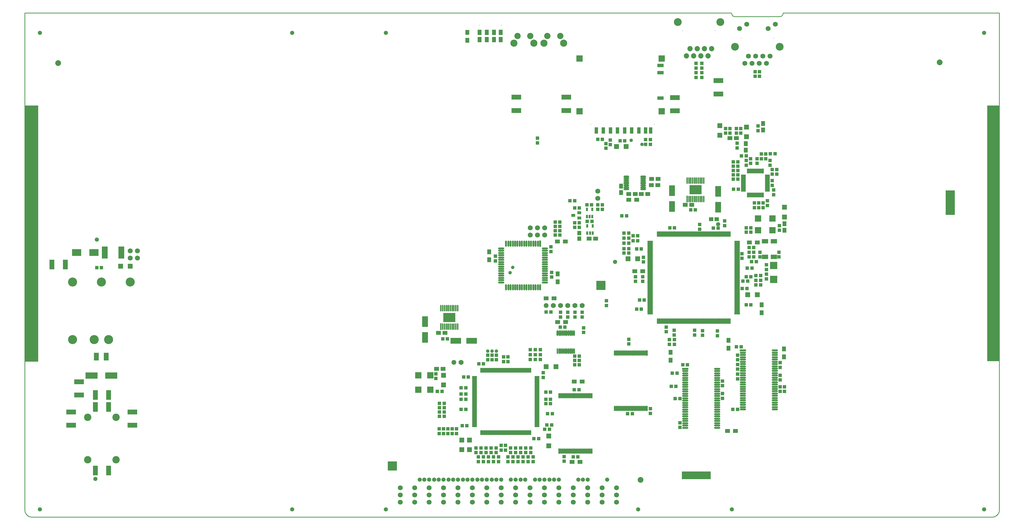
<source format=gts>
%FSLAX24Y24*%
%MOIN*%
G70*
G01*
G75*
%ADD10C,0.0100*%
%ADD11R,0.0380X0.0380*%
%ADD12O,0.0630X0.0110*%
%ADD13R,0.0500X0.0650*%
%ADD14O,0.0189X0.0787*%
%ADD15O,0.0787X0.0189*%
%ADD16R,0.0189X0.0787*%
%ADD17R,0.0500X0.0600*%
%ADD18R,0.0600X0.0500*%
%ADD19R,0.1200X0.0900*%
%ADD20R,0.1614X0.0827*%
%ADD21R,0.0600X0.1250*%
%ADD22R,0.1250X0.0600*%
%ADD23O,0.0110X0.0669*%
%ADD24R,0.0110X0.0669*%
%ADD25O,0.0110X0.0709*%
%ADD26O,0.0157X0.0701*%
%ADD27R,0.0157X0.0701*%
%ADD28O,0.0138X0.0846*%
%ADD29R,0.0709X0.1378*%
%ADD30R,0.1378X0.0709*%
%ADD31R,0.0709X0.1575*%
%ADD32R,0.0709X0.0110*%
%ADD33O,0.0709X0.0110*%
%ADD34O,0.0709X0.0110*%
%ADD35R,0.0600X0.0600*%
%ADD36R,0.1575X0.1181*%
%ADD37R,0.0138X0.0846*%
%ADD38R,0.0551X0.0492*%
%ADD39O,0.0701X0.0157*%
%ADD40R,0.0800X0.0800*%
%ADD41R,0.0787X0.0512*%
%ADD42R,0.0945X0.0906*%
%ADD43O,0.0787X0.0177*%
%ADD44R,0.0787X0.0177*%
%ADD45O,0.0110X0.0630*%
%ADD46R,0.0110X0.0630*%
%ADD47C,0.0400*%
%ADD48R,0.0433X0.0787*%
%ADD49R,0.0787X0.0787*%
%ADD50R,0.0787X0.0394*%
%ADD51R,0.0236X0.0433*%
%ADD52R,0.0472X0.0315*%
%ADD53R,0.0492X0.0551*%
%ADD54R,0.0600X0.1000*%
%ADD55R,0.0380X0.0425*%
%ADD56R,0.0630X0.0110*%
%ADD57O,0.0630X0.0110*%
%ADD58C,0.0120*%
%ADD59C,0.0110*%
%ADD60C,0.0400*%
%ADD61C,0.0500*%
%ADD62C,0.0150*%
%ADD63C,0.0200*%
%ADD64C,0.0080*%
%ADD65C,0.0600*%
%ADD66C,0.1000*%
%ADD67C,0.0320*%
%ADD68C,0.0300*%
%ADD69C,0.0290*%
%ADD70C,0.0380*%
%ADD71C,0.0390*%
%ADD72C,0.0180*%
%ADD73C,0.0130*%
%ADD74C,0.0250*%
%ADD75C,0.0280*%
%ADD76C,0.0170*%
%ADD77C,0.0140*%
%ADD78C,0.0220*%
%ADD79C,0.0090*%
%ADD80C,0.0157*%
%ADD81C,0.0310*%
%ADD82C,0.0270*%
%ADD83C,0.0350*%
%ADD84R,0.5050X0.4500*%
%ADD85R,0.5050X0.9550*%
%ADD86R,0.1350X0.1400*%
%ADD87R,0.0300X0.1229*%
%ADD88R,0.0670X0.0700*%
%ADD89C,0.0620*%
%ADD90P,0.0620X8X0*%
%ADD91C,0.0787*%
%ADD92C,0.0906*%
%ADD93C,0.1000*%
%ADD94C,0.0650*%
%ADD95C,0.0600*%
%ADD96C,0.0500*%
%ADD97C,0.0945*%
%ADD98C,0.1181*%
%ADD99C,0.0118*%
%ADD100C,0.0060*%
%ADD101C,0.0098*%
%ADD102C,0.0079*%
%ADD103C,0.0070*%
%ADD104C,0.0160*%
%ADD105R,0.0130X0.0360*%
%ADD106R,0.0430X0.3100*%
%ADD107R,0.1500X0.0500*%
%ADD108R,0.0300X0.0500*%
%ADD109R,0.1850X3.5600*%
%ADD110R,0.1300X0.1300*%
%ADD111R,0.4580X0.0560*%
%ADD112R,0.4570X0.0560*%
%ADD113R,0.0610X1.0100*%
%ADD114R,1.0110X0.0610*%
%ADD115R,0.0600X1.0150*%
%ADD116R,0.4016X0.1063*%
%ADD117R,0.1250X0.3400*%
%ADD118R,0.0520X0.2190*%
%ADD119R,0.0530X0.2180*%
%ADD120R,0.2230X0.0510*%
%ADD121R,0.2180X0.0540*%
%ADD122R,0.6930X0.0530*%
%ADD123R,0.0520X0.6930*%
%ADD124R,0.0520X0.6940*%
%ADD125R,0.1675X3.5550*%
%ADD126R,0.0460X0.0460*%
%ADD127O,0.0710X0.0190*%
%ADD128R,0.0580X0.0730*%
%ADD129O,0.0269X0.0867*%
%ADD130O,0.0867X0.0269*%
%ADD131R,0.0269X0.0867*%
%ADD132R,0.0580X0.0680*%
%ADD133R,0.0680X0.0580*%
%ADD134R,0.1280X0.0980*%
%ADD135R,0.1694X0.0907*%
%ADD136R,0.0680X0.1330*%
%ADD137R,0.1330X0.0680*%
%ADD138O,0.0190X0.0749*%
%ADD139R,0.0190X0.0749*%
%ADD140O,0.0190X0.0789*%
%ADD141O,0.0237X0.0781*%
%ADD142R,0.0237X0.0781*%
%ADD143O,0.0218X0.0926*%
%ADD144R,0.0789X0.1458*%
%ADD145R,0.1458X0.0789*%
%ADD146R,0.0789X0.1655*%
%ADD147R,0.0789X0.0190*%
%ADD148O,0.0789X0.0190*%
%ADD149O,0.0789X0.0190*%
%ADD150R,0.0680X0.0680*%
%ADD151R,0.1655X0.1261*%
%ADD152R,0.0218X0.0926*%
%ADD153R,0.0631X0.0572*%
%ADD154O,0.0781X0.0237*%
%ADD155R,0.0880X0.0880*%
%ADD156R,0.0867X0.0592*%
%ADD157R,0.1025X0.0986*%
%ADD158O,0.0867X0.0257*%
%ADD159R,0.0867X0.0257*%
%ADD160O,0.0190X0.0710*%
%ADD161R,0.0190X0.0710*%
%ADD162C,0.0800*%
%ADD163R,0.0513X0.0867*%
%ADD164R,0.0867X0.0867*%
%ADD165R,0.0867X0.0474*%
%ADD166R,0.0316X0.0513*%
%ADD167R,0.0552X0.0395*%
%ADD168R,0.0572X0.0631*%
%ADD169R,0.0680X0.1080*%
%ADD170R,0.0460X0.0505*%
%ADD171R,0.0710X0.0190*%
%ADD172O,0.0710X0.0190*%
%ADD173C,0.0700*%
%ADD174P,0.0700X8X0*%
%ADD175C,0.0867*%
%ADD176C,0.0986*%
%ADD177C,0.1080*%
%ADD178C,0.0080*%
%ADD179C,0.0730*%
%ADD180C,0.0680*%
%ADD181C,0.0580*%
%ADD182C,0.1025*%
%ADD183C,0.1261*%
%ADD184C,0.0480*%
D10*
X31275Y44075D02*
X31280Y43977D01*
X31294Y43880D01*
X31318Y43785D01*
X31351Y43692D01*
X31393Y43604D01*
X31444Y43519D01*
X31502Y43441D01*
X31568Y43368D01*
X31641Y43302D01*
X31719Y43244D01*
X31804Y43193D01*
X31892Y43151D01*
X31985Y43118D01*
X32080Y43094D01*
X32177Y43080D01*
X32275Y43075D01*
X165475D02*
X165573Y43080D01*
X165670Y43094D01*
X165765Y43118D01*
X165858Y43151D01*
X165946Y43193D01*
X166031Y43244D01*
X166109Y43302D01*
X166182Y43368D01*
X166248Y43441D01*
X166306Y43519D01*
X166357Y43604D01*
X166399Y43692D01*
X166432Y43785D01*
X166456Y43880D01*
X166470Y43977D01*
X166475Y44075D01*
X129325Y113125D02*
X129335Y113027D01*
X129363Y112934D01*
X129409Y112847D01*
X129471Y112771D01*
X129547Y112709D01*
X129634Y112663D01*
X129727Y112635D01*
X129825Y112625D01*
X135975D02*
X136073Y112635D01*
X136166Y112663D01*
X136253Y112709D01*
X136329Y112771D01*
X136391Y112847D01*
X136437Y112934D01*
X136465Y113027D01*
X136475Y113125D01*
X166475D01*
X129825Y112625D02*
X135975D01*
X166475Y44075D02*
Y113125D01*
X31275Y44075D02*
Y113125D01*
X129325D01*
X32275Y43075D02*
X165475D01*
D109*
X32200Y82475D02*
D03*
D110*
X111225Y75275D02*
D03*
X82275Y50175D02*
D03*
D111*
X107705Y52225D02*
D03*
X115345Y65875D02*
D03*
D112*
X107703Y59945D02*
D03*
X115350Y58155D02*
D03*
D113*
X118040Y76345D02*
D03*
D114*
X124080Y70300D02*
D03*
X124070Y82390D02*
D03*
D115*
X130125Y76350D02*
D03*
D116*
X124437Y48861D02*
D03*
D117*
X159670Y86755D02*
D03*
D118*
X134315Y89500D02*
D03*
D119*
X130960Y89505D02*
D03*
D120*
X132630Y87830D02*
D03*
D121*
X132635Y91185D02*
D03*
D122*
X98010Y63460D02*
D03*
X98020Y54800D02*
D03*
D123*
X102335Y59110D02*
D03*
D124*
X93675Y59105D02*
D03*
D125*
X165637Y82500D02*
D03*
D126*
X89375Y55325D02*
D03*
X88775D02*
D03*
X104275Y80625D02*
D03*
Y79975D02*
D03*
X104375Y76425D02*
D03*
Y77075D02*
D03*
X96575Y79325D02*
D03*
Y78675D02*
D03*
X105525Y84075D02*
D03*
X104875D02*
D03*
X105525Y83475D02*
D03*
X104875D02*
D03*
X105525Y82875D02*
D03*
X104875D02*
D03*
X105525Y82275D02*
D03*
X104875D02*
D03*
X114125Y84925D02*
D03*
X114775D02*
D03*
X106925Y87025D02*
D03*
X107575D02*
D03*
X106225Y69475D02*
D03*
X105575D02*
D03*
X105625Y71525D02*
D03*
X108625D02*
D03*
X106625D02*
D03*
X107625D02*
D03*
X41275Y77725D02*
D03*
X41925D02*
D03*
X120725Y67075D02*
D03*
X131375Y83275D02*
D03*
X132025D02*
D03*
X124425Y106125D02*
D03*
Y105475D02*
D03*
X125225D02*
D03*
Y106125D02*
D03*
X89275Y67825D02*
D03*
X89925D02*
D03*
X106625Y70875D02*
D03*
X105625D02*
D03*
X108625D02*
D03*
X107625D02*
D03*
X88325Y62975D02*
D03*
Y62325D02*
D03*
X104275Y71575D02*
D03*
X103625D02*
D03*
X125225Y104175D02*
D03*
Y104825D02*
D03*
X124425D02*
D03*
Y104175D02*
D03*
X133225Y104975D02*
D03*
Y104325D02*
D03*
X132625D02*
D03*
Y104975D02*
D03*
X107511Y60761D02*
D03*
X108161D02*
D03*
X108025Y51425D02*
D03*
X107375D02*
D03*
X106125Y50825D02*
D03*
Y51475D02*
D03*
X136075Y60525D02*
D03*
Y61175D02*
D03*
X118075Y57475D02*
D03*
Y58125D02*
D03*
X131775Y79875D02*
D03*
Y79225D02*
D03*
X132725Y76625D02*
D03*
X133375D02*
D03*
X114925Y57425D02*
D03*
X115575D02*
D03*
X115075Y67125D02*
D03*
Y67775D02*
D03*
X129525Y58025D02*
D03*
X130175D02*
D03*
X136075Y62775D02*
D03*
Y62125D02*
D03*
X130175Y64275D02*
D03*
Y63625D02*
D03*
Y65575D02*
D03*
Y64925D02*
D03*
X130025Y66725D02*
D03*
X130675D02*
D03*
X130175Y62275D02*
D03*
Y62925D02*
D03*
X136075Y63875D02*
D03*
Y64525D02*
D03*
X122175Y55525D02*
D03*
Y56175D02*
D03*
X121525Y59525D02*
D03*
X122175D02*
D03*
X121775Y63075D02*
D03*
X121125D02*
D03*
X122575Y64225D02*
D03*
X123225D02*
D03*
X121625Y61225D02*
D03*
X120975D02*
D03*
X128075Y59575D02*
D03*
Y60225D02*
D03*
Y61975D02*
D03*
Y61325D02*
D03*
X136675Y61175D02*
D03*
Y60525D02*
D03*
X135925Y79225D02*
D03*
Y79875D02*
D03*
X132425D02*
D03*
Y79225D02*
D03*
X131775Y80525D02*
D03*
X132425D02*
D03*
X132725Y75325D02*
D03*
Y75975D02*
D03*
X133275Y79225D02*
D03*
Y79875D02*
D03*
X134175Y78125D02*
D03*
Y77475D02*
D03*
Y76825D02*
D03*
Y76175D02*
D03*
X133375Y75325D02*
D03*
Y75975D02*
D03*
X128375Y83575D02*
D03*
Y84225D02*
D03*
X132025Y72575D02*
D03*
X131375D02*
D03*
X116025Y76475D02*
D03*
Y75825D02*
D03*
X130775Y79675D02*
D03*
Y79025D02*
D03*
X130925Y75875D02*
D03*
X131575D02*
D03*
X116175Y80325D02*
D03*
X116825D02*
D03*
X121425Y83275D02*
D03*
X120775D02*
D03*
X124225Y68375D02*
D03*
Y69025D02*
D03*
X120275Y69475D02*
D03*
Y68825D02*
D03*
X124925Y83725D02*
D03*
Y83075D02*
D03*
X127375Y68925D02*
D03*
Y68275D02*
D03*
X116575Y73225D02*
D03*
X117225D02*
D03*
X117125Y79175D02*
D03*
Y78525D02*
D03*
X131475Y74825D02*
D03*
X130825D02*
D03*
X125325Y68975D02*
D03*
Y68325D02*
D03*
X116175Y71975D02*
D03*
X116825D02*
D03*
X127475Y83225D02*
D03*
X126825D02*
D03*
X132175Y77675D02*
D03*
X131525D02*
D03*
X132125Y78575D02*
D03*
X132775D02*
D03*
X131375Y76475D02*
D03*
X132025D02*
D03*
X115075Y81125D02*
D03*
X114425D02*
D03*
X115675Y81475D02*
D03*
X116325D02*
D03*
X115075Y81825D02*
D03*
X114425D02*
D03*
X115675Y82175D02*
D03*
X116325D02*
D03*
X115075Y79775D02*
D03*
X114425D02*
D03*
Y80375D02*
D03*
X115075D02*
D03*
Y82525D02*
D03*
X114425D02*
D03*
X123675Y85775D02*
D03*
X124325D02*
D03*
X117025Y76475D02*
D03*
Y75825D02*
D03*
X120725Y67725D02*
D03*
X121375Y68375D02*
D03*
Y69025D02*
D03*
X121425Y67725D02*
D03*
Y67075D02*
D03*
X131375Y82675D02*
D03*
X132025D02*
D03*
X135975Y83575D02*
D03*
Y82925D02*
D03*
X102425Y95075D02*
D03*
Y95725D02*
D03*
X129575Y92425D02*
D03*
X130225D02*
D03*
Y90025D02*
D03*
X129575D02*
D03*
X133725Y86725D02*
D03*
Y86075D02*
D03*
X132525D02*
D03*
Y86725D02*
D03*
X130275Y88625D02*
D03*
X129625D02*
D03*
X134975Y89825D02*
D03*
Y89175D02*
D03*
X135175Y88525D02*
D03*
Y87875D02*
D03*
X135625Y91375D02*
D03*
X134975D02*
D03*
X134675Y91975D02*
D03*
Y92625D02*
D03*
X131375D02*
D03*
Y91975D02*
D03*
X133125Y86725D02*
D03*
Y86075D02*
D03*
X134325Y86375D02*
D03*
Y87025D02*
D03*
X135625Y90725D02*
D03*
X134975D02*
D03*
X130225Y91825D02*
D03*
X129575D02*
D03*
Y91225D02*
D03*
X130225D02*
D03*
Y90625D02*
D03*
X129575D02*
D03*
X133475Y93525D02*
D03*
Y92875D02*
D03*
X131975Y92225D02*
D03*
Y92875D02*
D03*
X132875D02*
D03*
Y92225D02*
D03*
X135375Y93575D02*
D03*
X134725D02*
D03*
X130725Y93275D02*
D03*
X131375D02*
D03*
X129125Y97075D02*
D03*
Y96425D02*
D03*
X128525D02*
D03*
Y97075D02*
D03*
X130025D02*
D03*
Y96425D02*
D03*
X130625D02*
D03*
Y97075D02*
D03*
X133025Y97425D02*
D03*
Y96775D02*
D03*
X130125Y95025D02*
D03*
Y94375D02*
D03*
X134075Y92875D02*
D03*
Y93525D02*
D03*
X111975Y73125D02*
D03*
Y72475D02*
D03*
X114525Y95375D02*
D03*
X113875D02*
D03*
X112525Y94825D02*
D03*
Y95475D02*
D03*
X111925Y94325D02*
D03*
Y94975D02*
D03*
X117425Y94875D02*
D03*
X118075D02*
D03*
X117425Y95525D02*
D03*
X118075D02*
D03*
X110775Y95575D02*
D03*
X111425D02*
D03*
X108825Y68725D02*
D03*
Y69375D02*
D03*
X109975Y84175D02*
D03*
X107575Y86025D02*
D03*
X109925Y86475D02*
D03*
X111425Y85825D02*
D03*
X109325Y84175D02*
D03*
X108225Y86025D02*
D03*
X109275Y86475D02*
D03*
X107575Y83975D02*
D03*
X108225D02*
D03*
Y83325D02*
D03*
X110775Y85825D02*
D03*
X107575Y83325D02*
D03*
X110775Y86475D02*
D03*
X111425D02*
D03*
X95525Y65575D02*
D03*
Y64925D02*
D03*
X96125Y65575D02*
D03*
Y64925D02*
D03*
X96725Y65575D02*
D03*
Y64925D02*
D03*
X92475Y60175D02*
D03*
X91825D02*
D03*
X94275Y64375D02*
D03*
X92475Y59425D02*
D03*
X92825Y62525D02*
D03*
X92625Y55775D02*
D03*
X97375Y53025D02*
D03*
X101925Y53975D02*
D03*
X103575Y58825D02*
D03*
X103225Y62475D02*
D03*
X97725Y64675D02*
D03*
X98325Y65325D02*
D03*
X91825Y61025D02*
D03*
Y58025D02*
D03*
X97975Y52375D02*
D03*
X104475Y57425D02*
D03*
X104225Y59425D02*
D03*
Y60425D02*
D03*
X94925Y64375D02*
D03*
X91825Y59425D02*
D03*
X92175Y62525D02*
D03*
X91975Y55775D02*
D03*
X97375Y52375D02*
D03*
X102575Y53975D02*
D03*
X104225Y58825D02*
D03*
X103225Y63125D02*
D03*
X97725Y65325D02*
D03*
X98325Y64675D02*
D03*
X92475Y61025D02*
D03*
Y58025D02*
D03*
X97975Y53025D02*
D03*
X103825Y57425D02*
D03*
X103575Y59425D02*
D03*
Y60425D02*
D03*
X88825Y57075D02*
D03*
X88775Y54675D02*
D03*
X89375D02*
D03*
X88825Y58875D02*
D03*
X104375Y55875D02*
D03*
X101475Y52025D02*
D03*
X100425Y50775D02*
D03*
X99375Y52025D02*
D03*
X95975D02*
D03*
X94925Y50775D02*
D03*
X93875Y52025D02*
D03*
X89975Y54675D02*
D03*
X101825Y50775D02*
D03*
X100775Y52025D02*
D03*
X99725Y50775D02*
D03*
X99025D02*
D03*
X97025D02*
D03*
X96325D02*
D03*
X95275Y52025D02*
D03*
X94225Y50775D02*
D03*
X90575Y54675D02*
D03*
X89475Y58275D02*
D03*
X104075Y55275D02*
D03*
X101125Y50775D02*
D03*
X100075Y52025D02*
D03*
X96675D02*
D03*
X94575D02*
D03*
X91175Y54675D02*
D03*
X89475Y57675D02*
D03*
Y58875D02*
D03*
X88825Y58275D02*
D03*
Y57675D02*
D03*
X89475Y57075D02*
D03*
X89975Y55325D02*
D03*
X90575D02*
D03*
X91175D02*
D03*
X93875Y52675D02*
D03*
X94225Y51425D02*
D03*
X94575Y52675D02*
D03*
X94925Y51425D02*
D03*
X95275Y52675D02*
D03*
X95975D02*
D03*
X96325Y51425D02*
D03*
X96675Y52675D02*
D03*
X97025Y51425D02*
D03*
X99025D02*
D03*
X99375Y52675D02*
D03*
X99725Y51425D02*
D03*
X100075Y52675D02*
D03*
X100425Y51425D02*
D03*
X100775Y52675D02*
D03*
X101125Y51425D02*
D03*
X101475Y52675D02*
D03*
X101825Y51425D02*
D03*
X103425Y55275D02*
D03*
X103725Y55875D02*
D03*
X95625Y50775D02*
D03*
Y51425D02*
D03*
X98325D02*
D03*
Y50775D02*
D03*
X98675Y52675D02*
D03*
Y52025D02*
D03*
X107575Y65425D02*
D03*
X108225D02*
D03*
X107575Y64825D02*
D03*
X108225D02*
D03*
X107575Y64225D02*
D03*
X108225D02*
D03*
X89175Y60525D02*
D03*
X88525D02*
D03*
D127*
X93675Y58835D02*
D03*
Y58638D02*
D03*
X134316Y90584D02*
D03*
Y90388D02*
D03*
Y90191D02*
D03*
Y89994D02*
D03*
Y89797D02*
D03*
Y89600D02*
D03*
Y89403D02*
D03*
Y89206D02*
D03*
Y89010D02*
D03*
Y88813D02*
D03*
Y88616D02*
D03*
Y88419D02*
D03*
X130969D02*
D03*
Y88616D02*
D03*
Y88813D02*
D03*
Y89010D02*
D03*
Y89206D02*
D03*
Y89403D02*
D03*
Y89600D02*
D03*
Y89797D02*
D03*
Y89994D02*
D03*
Y90191D02*
D03*
Y90388D02*
D03*
Y90584D02*
D03*
X93675Y57063D02*
D03*
Y57260D02*
D03*
Y57457D02*
D03*
Y57654D02*
D03*
Y58244D02*
D03*
Y58441D02*
D03*
Y59032D02*
D03*
X102336Y60803D02*
D03*
Y60213D02*
D03*
Y61197D02*
D03*
Y57851D02*
D03*
Y61000D02*
D03*
Y61394D02*
D03*
Y60016D02*
D03*
Y58047D02*
D03*
Y55882D02*
D03*
Y56079D02*
D03*
Y56276D02*
D03*
Y56473D02*
D03*
Y56670D02*
D03*
Y56866D02*
D03*
Y57063D02*
D03*
Y57654D02*
D03*
Y58244D02*
D03*
Y59229D02*
D03*
Y59622D02*
D03*
Y59819D02*
D03*
Y58441D02*
D03*
Y61591D02*
D03*
Y62181D02*
D03*
X93675Y59819D02*
D03*
Y59229D02*
D03*
X102336Y58638D02*
D03*
X93675Y62181D02*
D03*
Y61984D02*
D03*
Y61788D02*
D03*
Y61591D02*
D03*
Y61394D02*
D03*
Y61197D02*
D03*
Y61000D02*
D03*
Y60803D02*
D03*
Y60606D02*
D03*
Y60410D02*
D03*
Y60213D02*
D03*
Y60016D02*
D03*
Y59622D02*
D03*
Y58047D02*
D03*
Y57851D02*
D03*
Y56866D02*
D03*
Y56670D02*
D03*
Y56276D02*
D03*
Y55882D02*
D03*
Y55685D02*
D03*
X102336D02*
D03*
Y57260D02*
D03*
Y57457D02*
D03*
Y58835D02*
D03*
Y59032D02*
D03*
Y59425D02*
D03*
Y60410D02*
D03*
Y60606D02*
D03*
Y61788D02*
D03*
Y61984D02*
D03*
Y62378D02*
D03*
Y62575D02*
D03*
X93675Y56473D02*
D03*
Y56079D02*
D03*
Y62378D02*
D03*
D128*
X94375Y110425D02*
D03*
Y109425D02*
D03*
X96375Y110425D02*
D03*
Y109425D02*
D03*
X95375Y110425D02*
D03*
Y109425D02*
D03*
X97325D02*
D03*
Y110425D02*
D03*
D129*
X101515Y75012D02*
D03*
X101830D02*
D03*
X102145D02*
D03*
X102460Y81075D02*
D03*
X102145D02*
D03*
X102775Y75012D02*
D03*
X102460D02*
D03*
X101200D02*
D03*
X100885D02*
D03*
X100570D02*
D03*
X100255D02*
D03*
X99940D02*
D03*
X99625D02*
D03*
X99310D02*
D03*
X98995D02*
D03*
X98681D02*
D03*
X98366D02*
D03*
X98051D02*
D03*
Y81075D02*
D03*
X98366D02*
D03*
X98681D02*
D03*
X98995D02*
D03*
X99310D02*
D03*
X99625D02*
D03*
X99940D02*
D03*
X100255D02*
D03*
X100570D02*
D03*
X100885D02*
D03*
X101200D02*
D03*
X101515D02*
D03*
X101830D02*
D03*
D130*
X103444Y80406D02*
D03*
Y80091D02*
D03*
Y79776D02*
D03*
Y79461D02*
D03*
Y79146D02*
D03*
Y78831D02*
D03*
Y78516D02*
D03*
Y78201D02*
D03*
Y77886D02*
D03*
Y77571D02*
D03*
Y77256D02*
D03*
Y76941D02*
D03*
Y76626D02*
D03*
Y76311D02*
D03*
Y75996D02*
D03*
Y75681D02*
D03*
X97381D02*
D03*
Y75996D02*
D03*
Y76311D02*
D03*
Y76626D02*
D03*
Y76941D02*
D03*
Y77256D02*
D03*
Y77571D02*
D03*
Y77886D02*
D03*
Y78201D02*
D03*
Y78516D02*
D03*
Y78831D02*
D03*
Y79146D02*
D03*
Y79461D02*
D03*
Y79776D02*
D03*
Y80091D02*
D03*
Y80406D02*
D03*
D131*
X102775Y81075D02*
D03*
D132*
X95725Y78825D02*
D03*
Y79925D02*
D03*
X105225Y76875D02*
D03*
Y75775D02*
D03*
X131325Y94075D02*
D03*
Y94975D02*
D03*
X133725Y97775D02*
D03*
Y96875D02*
D03*
X120875Y65975D02*
D03*
Y64875D02*
D03*
X128925Y67625D02*
D03*
Y66525D02*
D03*
X136625Y65325D02*
D03*
Y66425D02*
D03*
X133525Y71475D02*
D03*
Y72575D02*
D03*
X92675Y110425D02*
D03*
Y109325D02*
D03*
X114025Y89073D02*
D03*
Y88173D02*
D03*
X136675Y82925D02*
D03*
Y83825D02*
D03*
D133*
X106275Y81375D02*
D03*
X105175D02*
D03*
X129125Y95725D02*
D03*
X130025D02*
D03*
X119127Y90075D02*
D03*
X118227D02*
D03*
X106325Y70175D02*
D03*
X105225D02*
D03*
X132915Y81225D02*
D03*
X131815D02*
D03*
X128775Y55025D02*
D03*
X129875D02*
D03*
X123825Y86475D02*
D03*
X122925D02*
D03*
X108611Y61889D02*
D03*
X107511D02*
D03*
X115075Y87173D02*
D03*
X116175D02*
D03*
X117725Y87973D02*
D03*
X116825D02*
D03*
X115975D02*
D03*
X115075D02*
D03*
X103625Y73475D02*
D03*
X104725D02*
D03*
X88425Y63675D02*
D03*
X89325D02*
D03*
X88675Y68675D02*
D03*
X89575D02*
D03*
X118225Y89213D02*
D03*
X119125D02*
D03*
X115925Y77225D02*
D03*
X117025D02*
D03*
X108325Y50725D02*
D03*
X107225D02*
D03*
X110475Y81775D02*
D03*
X109575D02*
D03*
D134*
X38475Y79825D02*
D03*
X40875D02*
D03*
D135*
X43275Y62725D02*
D03*
X40558D02*
D03*
D136*
X41075Y58375D02*
D03*
X42925D02*
D03*
X41075Y49525D02*
D03*
X42925D02*
D03*
Y60025D02*
D03*
X41075D02*
D03*
X35045Y78175D02*
D03*
X36895D02*
D03*
D137*
X38825Y60025D02*
D03*
Y61875D02*
D03*
X127525Y101875D02*
D03*
Y103725D02*
D03*
X121475Y101375D02*
D03*
Y99525D02*
D03*
X106425Y101425D02*
D03*
Y99575D02*
D03*
X99475Y101425D02*
D03*
Y99575D02*
D03*
X46225Y55825D02*
D03*
X37725D02*
D03*
Y57675D02*
D03*
X46225D02*
D03*
D138*
X109165Y59942D02*
D03*
X105622Y52225D02*
D03*
X105819D02*
D03*
X106016D02*
D03*
X106212D02*
D03*
X106409D02*
D03*
X106606D02*
D03*
X106803D02*
D03*
X107000D02*
D03*
X107197D02*
D03*
X107394D02*
D03*
X107590D02*
D03*
X107787D02*
D03*
X107984D02*
D03*
X108181D02*
D03*
X108378D02*
D03*
X108575D02*
D03*
X108771D02*
D03*
X108968D02*
D03*
X109165D02*
D03*
X109362D02*
D03*
X109559D02*
D03*
X109756D02*
D03*
X109953D02*
D03*
X105425Y59942D02*
D03*
X105622D02*
D03*
X105819D02*
D03*
X106016D02*
D03*
X106212D02*
D03*
X106409D02*
D03*
X106606D02*
D03*
X106803D02*
D03*
X107000D02*
D03*
X107197D02*
D03*
X107394D02*
D03*
X107590D02*
D03*
X107787D02*
D03*
X107984D02*
D03*
X108181D02*
D03*
X108378D02*
D03*
X108575D02*
D03*
X108771D02*
D03*
X108968D02*
D03*
X109362D02*
D03*
X109559D02*
D03*
X109756D02*
D03*
X109953D02*
D03*
X113097Y58158D02*
D03*
X113294D02*
D03*
X113491D02*
D03*
X113688D02*
D03*
X114082D02*
D03*
X114279D02*
D03*
X114475D02*
D03*
X114672D02*
D03*
X114869D02*
D03*
X115066D02*
D03*
X115263D02*
D03*
X115460D02*
D03*
X115656D02*
D03*
X115853D02*
D03*
X116050D02*
D03*
X116247D02*
D03*
X116444D02*
D03*
X116641D02*
D03*
X116838D02*
D03*
X117034D02*
D03*
X117231D02*
D03*
X117428D02*
D03*
X117625D02*
D03*
X113097Y65875D02*
D03*
X113294D02*
D03*
X113491D02*
D03*
X113688D02*
D03*
X113885D02*
D03*
X114082D02*
D03*
X114279D02*
D03*
X114475D02*
D03*
X114672D02*
D03*
X114869D02*
D03*
X115066D02*
D03*
X115263D02*
D03*
X115460D02*
D03*
X115656D02*
D03*
X115853D02*
D03*
X116050D02*
D03*
X116247D02*
D03*
X116444D02*
D03*
X116641D02*
D03*
X116838D02*
D03*
X117034D02*
D03*
X117231D02*
D03*
X117428D02*
D03*
X113885Y58158D02*
D03*
D139*
X105425Y52225D02*
D03*
X117625Y65875D02*
D03*
D140*
X119259Y82388D02*
D03*
X119456D02*
D03*
X120046D02*
D03*
X120637D02*
D03*
X120243D02*
D03*
X120440D02*
D03*
X129101D02*
D03*
X128905D02*
D03*
X128708D02*
D03*
X128511D02*
D03*
X128314D02*
D03*
X128117D02*
D03*
X127920D02*
D03*
X127723D02*
D03*
X127527D02*
D03*
X127330D02*
D03*
X127133D02*
D03*
X126936D02*
D03*
X126739D02*
D03*
X126542D02*
D03*
X126345D02*
D03*
X126149D02*
D03*
X125952D02*
D03*
X125755D02*
D03*
X125558D02*
D03*
X125361D02*
D03*
X125164D02*
D03*
X124968D02*
D03*
X124771D02*
D03*
X124574D02*
D03*
X124377D02*
D03*
X124180D02*
D03*
X123983D02*
D03*
X123786D02*
D03*
X123590D02*
D03*
X123393D02*
D03*
X123196D02*
D03*
X122999D02*
D03*
X122802D02*
D03*
X122605D02*
D03*
X122408D02*
D03*
X122212D02*
D03*
X122015D02*
D03*
X121818D02*
D03*
X121621D02*
D03*
X121424D02*
D03*
X121227D02*
D03*
X121031D02*
D03*
X120834D02*
D03*
X119849D02*
D03*
X119653D02*
D03*
X119062D02*
D03*
Y70301D02*
D03*
X119259D02*
D03*
X119456D02*
D03*
X119653D02*
D03*
X119849D02*
D03*
X120046D02*
D03*
X120243D02*
D03*
X120440D02*
D03*
X120637D02*
D03*
X120834D02*
D03*
X121031D02*
D03*
X121227D02*
D03*
X121424D02*
D03*
X121621D02*
D03*
X121818D02*
D03*
X122015D02*
D03*
X122212D02*
D03*
X122408D02*
D03*
X122605D02*
D03*
X122802D02*
D03*
X122999D02*
D03*
X123196D02*
D03*
X123393D02*
D03*
X123590D02*
D03*
X123786D02*
D03*
X123983D02*
D03*
X124180D02*
D03*
X124377D02*
D03*
X124574D02*
D03*
X124771D02*
D03*
X124968D02*
D03*
X125164D02*
D03*
X125361D02*
D03*
X125558D02*
D03*
X125755D02*
D03*
X125952D02*
D03*
X126149D02*
D03*
X126345D02*
D03*
X126542D02*
D03*
X126739D02*
D03*
X126936D02*
D03*
X127133D02*
D03*
X127330D02*
D03*
X127527D02*
D03*
X127723D02*
D03*
X127920D02*
D03*
X128117D02*
D03*
X128314D02*
D03*
X128511D02*
D03*
X128708D02*
D03*
X128905D02*
D03*
X129101D02*
D03*
D141*
X107478Y68645D02*
D03*
X107222D02*
D03*
X106966D02*
D03*
X106710D02*
D03*
X106455D02*
D03*
X106199D02*
D03*
X105943D02*
D03*
X105687D02*
D03*
X105431D02*
D03*
X105175D02*
D03*
X107478Y66125D02*
D03*
X107222D02*
D03*
X106966D02*
D03*
X106710D02*
D03*
X106455D02*
D03*
X106199D02*
D03*
X105943D02*
D03*
X105687D02*
D03*
X105431D02*
D03*
D142*
X105175D02*
D03*
D143*
X124966Y87275D02*
D03*
X125222D02*
D03*
X124710D02*
D03*
X90816Y69525D02*
D03*
X91072D02*
D03*
X90560D02*
D03*
X89281D02*
D03*
X89537D02*
D03*
X89793D02*
D03*
X90049D02*
D03*
X90305D02*
D03*
X91328D02*
D03*
X89025Y72104D02*
D03*
X89281D02*
D03*
X89537D02*
D03*
X89793D02*
D03*
X90049D02*
D03*
X90305D02*
D03*
X90560D02*
D03*
X90816D02*
D03*
X91072D02*
D03*
X91328D02*
D03*
X125478Y89854D02*
D03*
X125222D02*
D03*
X124966D02*
D03*
X124710D02*
D03*
X124455D02*
D03*
X124199D02*
D03*
X123943D02*
D03*
X123687D02*
D03*
X123431D02*
D03*
X123175D02*
D03*
X125478Y87275D02*
D03*
X124455D02*
D03*
X124199D02*
D03*
X123943D02*
D03*
X123687D02*
D03*
X123431D02*
D03*
D144*
X127475Y86125D02*
D03*
Y88330D02*
D03*
X121075Y86225D02*
D03*
Y88430D02*
D03*
X86825Y70230D02*
D03*
Y68025D02*
D03*
D145*
X91075Y67575D02*
D03*
X93280D02*
D03*
D146*
X44667Y79825D02*
D03*
X42383D02*
D03*
D147*
X130125Y71325D02*
D03*
D148*
Y71522D02*
D03*
Y71719D02*
D03*
Y71916D02*
D03*
Y72112D02*
D03*
Y72309D02*
D03*
Y72506D02*
D03*
Y72703D02*
D03*
Y72900D02*
D03*
Y73097D02*
D03*
Y73293D02*
D03*
Y73490D02*
D03*
Y73687D02*
D03*
Y73884D02*
D03*
Y74081D02*
D03*
Y74475D02*
D03*
Y74671D02*
D03*
Y74868D02*
D03*
Y75065D02*
D03*
Y75262D02*
D03*
Y75459D02*
D03*
Y75656D02*
D03*
Y75853D02*
D03*
Y76049D02*
D03*
Y76246D02*
D03*
Y76443D02*
D03*
Y76837D02*
D03*
Y77034D02*
D03*
Y77231D02*
D03*
Y77427D02*
D03*
Y77624D02*
D03*
Y77821D02*
D03*
Y78018D02*
D03*
Y78215D02*
D03*
Y78412D02*
D03*
Y78608D02*
D03*
Y78805D02*
D03*
Y79002D02*
D03*
Y79199D02*
D03*
Y79396D02*
D03*
Y79593D02*
D03*
Y79790D02*
D03*
Y79986D02*
D03*
Y80183D02*
D03*
Y80380D02*
D03*
Y80577D02*
D03*
Y80774D02*
D03*
Y80971D02*
D03*
Y81167D02*
D03*
Y81364D02*
D03*
X118038D02*
D03*
Y81167D02*
D03*
Y80971D02*
D03*
Y80774D02*
D03*
Y80577D02*
D03*
Y80380D02*
D03*
Y80183D02*
D03*
Y79986D02*
D03*
Y79790D02*
D03*
Y79593D02*
D03*
Y79396D02*
D03*
Y79199D02*
D03*
Y79002D02*
D03*
Y78805D02*
D03*
Y78608D02*
D03*
Y78412D02*
D03*
Y78215D02*
D03*
Y77821D02*
D03*
Y77624D02*
D03*
Y77427D02*
D03*
Y77231D02*
D03*
Y77034D02*
D03*
Y76837D02*
D03*
Y76640D02*
D03*
Y76443D02*
D03*
Y76246D02*
D03*
Y76049D02*
D03*
Y75853D02*
D03*
Y75656D02*
D03*
Y75459D02*
D03*
Y75262D02*
D03*
Y75065D02*
D03*
Y74868D02*
D03*
Y74671D02*
D03*
Y74475D02*
D03*
Y74278D02*
D03*
Y74081D02*
D03*
Y73884D02*
D03*
Y73687D02*
D03*
Y73490D02*
D03*
Y73293D02*
D03*
Y73097D02*
D03*
Y72900D02*
D03*
Y72703D02*
D03*
Y72506D02*
D03*
Y72309D02*
D03*
Y72112D02*
D03*
Y71916D02*
D03*
Y71719D02*
D03*
Y71522D02*
D03*
Y71325D02*
D03*
X130125Y74278D02*
D03*
X118038Y78018D02*
D03*
D149*
X130125Y76640D02*
D03*
D150*
X89375Y62775D02*
D03*
Y61425D02*
D03*
X136675Y84775D02*
D03*
Y86125D02*
D03*
X131425Y95925D02*
D03*
Y97275D02*
D03*
X127725Y96125D02*
D03*
Y97475D02*
D03*
X116325Y78975D02*
D03*
X114975D02*
D03*
X132925Y73975D02*
D03*
X131575D02*
D03*
X113375Y94575D02*
D03*
X114725D02*
D03*
X45925Y77925D02*
D03*
X44575D02*
D03*
X104975Y63975D02*
D03*
X103625D02*
D03*
X91925Y53775D02*
D03*
X92975Y52425D02*
D03*
X103975Y52975D02*
D03*
X91925Y52425D02*
D03*
X92975Y53775D02*
D03*
X103975Y54325D02*
D03*
D151*
X90177Y70814D02*
D03*
X124327Y88564D02*
D03*
D152*
X89025Y69525D02*
D03*
X123175Y87275D02*
D03*
D153*
X126525Y84475D02*
D03*
X127273D02*
D03*
D154*
X117075Y90414D02*
D03*
Y88623D02*
D03*
Y88878D02*
D03*
Y89134D02*
D03*
Y89390D02*
D03*
Y89646D02*
D03*
Y89902D02*
D03*
Y90158D02*
D03*
X114736Y88623D02*
D03*
Y88878D02*
D03*
Y89134D02*
D03*
Y89390D02*
D03*
Y89646D02*
D03*
Y89902D02*
D03*
Y90158D02*
D03*
Y90414D02*
D03*
D155*
X133025Y82921D02*
D03*
X135025D02*
D03*
X133025Y84575D02*
D03*
X135025D02*
D03*
X85875Y62775D02*
D03*
Y60775D02*
D03*
X87529Y62775D02*
D03*
Y60775D02*
D03*
D156*
X135225Y79225D02*
D03*
X133965D02*
D03*
Y81390D02*
D03*
X135225D02*
D03*
D157*
X135175Y76096D02*
D03*
Y78025D02*
D03*
D158*
X130925Y62131D02*
D03*
Y58036D02*
D03*
Y65595D02*
D03*
Y63705D02*
D03*
X135358Y64650D02*
D03*
Y62760D02*
D03*
Y62131D02*
D03*
Y66225D02*
D03*
X130925Y64650D02*
D03*
Y62760D02*
D03*
X135358Y65595D02*
D03*
Y63705D02*
D03*
Y58036D02*
D03*
X130925Y59926D02*
D03*
Y60241D02*
D03*
X135358Y60556D02*
D03*
Y60241D02*
D03*
Y59926D02*
D03*
Y59611D02*
D03*
Y59296D02*
D03*
Y58981D02*
D03*
Y58666D02*
D03*
Y58351D02*
D03*
X130925D02*
D03*
Y58666D02*
D03*
Y58981D02*
D03*
X135358Y65910D02*
D03*
Y65280D02*
D03*
Y64965D02*
D03*
Y64335D02*
D03*
Y64020D02*
D03*
Y63390D02*
D03*
Y63075D02*
D03*
Y62445D02*
D03*
X130925D02*
D03*
Y63075D02*
D03*
Y63390D02*
D03*
Y64020D02*
D03*
Y64335D02*
D03*
Y64965D02*
D03*
Y65280D02*
D03*
Y65910D02*
D03*
X135358Y61501D02*
D03*
Y60871D02*
D03*
X130925D02*
D03*
Y61186D02*
D03*
Y60556D02*
D03*
Y61501D02*
D03*
Y59611D02*
D03*
Y59296D02*
D03*
Y61816D02*
D03*
X135358D02*
D03*
Y61186D02*
D03*
X122925Y59581D02*
D03*
Y55486D02*
D03*
Y63045D02*
D03*
Y61155D02*
D03*
X127358Y62100D02*
D03*
Y60210D02*
D03*
Y59581D02*
D03*
Y63675D02*
D03*
X122925Y62100D02*
D03*
Y60210D02*
D03*
X127358Y63045D02*
D03*
Y61155D02*
D03*
Y55486D02*
D03*
X122925Y57376D02*
D03*
Y57691D02*
D03*
X127358Y58006D02*
D03*
Y57691D02*
D03*
Y57376D02*
D03*
Y57061D02*
D03*
Y56746D02*
D03*
Y56431D02*
D03*
Y56116D02*
D03*
Y55801D02*
D03*
X122925D02*
D03*
Y56116D02*
D03*
Y56431D02*
D03*
X127358Y63360D02*
D03*
Y62730D02*
D03*
Y62415D02*
D03*
Y61785D02*
D03*
Y61470D02*
D03*
Y60840D02*
D03*
Y60525D02*
D03*
Y59895D02*
D03*
Y58321D02*
D03*
X122925D02*
D03*
Y58636D02*
D03*
Y58006D02*
D03*
Y58951D02*
D03*
X127358D02*
D03*
X122925Y57061D02*
D03*
Y56746D02*
D03*
Y59266D02*
D03*
Y59895D02*
D03*
Y60525D02*
D03*
Y60840D02*
D03*
Y61470D02*
D03*
Y61785D02*
D03*
Y62415D02*
D03*
Y62730D02*
D03*
Y63360D02*
D03*
X127358Y59266D02*
D03*
Y58636D02*
D03*
D159*
X130925Y66225D02*
D03*
X122925Y63675D02*
D03*
D160*
X133725Y87829D02*
D03*
X133528D02*
D03*
X133331D02*
D03*
X133134D02*
D03*
X132938D02*
D03*
X132741D02*
D03*
X132544D02*
D03*
X132347D02*
D03*
X132150D02*
D03*
X131953D02*
D03*
X131756D02*
D03*
X131560D02*
D03*
Y91175D02*
D03*
X131756D02*
D03*
X131953D02*
D03*
X132150D02*
D03*
X132347D02*
D03*
X132544D02*
D03*
X132741D02*
D03*
X132938D02*
D03*
X133134D02*
D03*
X133331D02*
D03*
X133528D02*
D03*
X100466Y54799D02*
D03*
X100269D02*
D03*
X100073D02*
D03*
X99876D02*
D03*
X99679D02*
D03*
X99482D02*
D03*
X99088D02*
D03*
X98892D02*
D03*
X98695D02*
D03*
X98498D02*
D03*
X98301D02*
D03*
X97907D02*
D03*
X97317D02*
D03*
X97120D02*
D03*
X96923D02*
D03*
X96726D02*
D03*
X96529D02*
D03*
X96332D02*
D03*
X95939D02*
D03*
X95742D02*
D03*
X95545D02*
D03*
X95348D02*
D03*
X95151D02*
D03*
X100466Y63461D02*
D03*
X100663D02*
D03*
X100860D02*
D03*
X98695D02*
D03*
X98892D02*
D03*
X99088D02*
D03*
X99285D02*
D03*
X99679D02*
D03*
X99876D02*
D03*
X100073D02*
D03*
X100269D02*
D03*
X101057D02*
D03*
X101451D02*
D03*
X94758Y54799D02*
D03*
X96136D02*
D03*
X97514D02*
D03*
X97710D02*
D03*
X98104D02*
D03*
X99285D02*
D03*
X101057D02*
D03*
X101254D02*
D03*
Y63461D02*
D03*
X99482D02*
D03*
X98498D02*
D03*
X98301D02*
D03*
X98104D02*
D03*
X97907D02*
D03*
X97710D02*
D03*
X97514D02*
D03*
X97317D02*
D03*
X97120D02*
D03*
X96923D02*
D03*
X96332D02*
D03*
X95939D02*
D03*
X95742D02*
D03*
X94758D02*
D03*
X94561D02*
D03*
X94955Y54799D02*
D03*
X94561D02*
D03*
X100860D02*
D03*
X100663D02*
D03*
X101451D02*
D03*
X94955Y63461D02*
D03*
X95151D02*
D03*
X95348D02*
D03*
X95545D02*
D03*
X96136D02*
D03*
X96529D02*
D03*
X96726D02*
D03*
D161*
X133725Y91175D02*
D03*
D162*
X35925Y106175D02*
D03*
X158225Y106275D02*
D03*
X116725Y48225D02*
D03*
D163*
X112532Y96809D02*
D03*
X111548D02*
D03*
X110564D02*
D03*
X118094D02*
D03*
X113517D02*
D03*
X114501D02*
D03*
X115485D02*
D03*
X116469D02*
D03*
X117424D02*
D03*
D164*
X119649Y99466D02*
D03*
X108231D02*
D03*
X119649Y106809D02*
D03*
X108231D02*
D03*
D165*
X119491Y104821D02*
D03*
Y101297D02*
D03*
Y105844D02*
D03*
D166*
X109325Y82525D02*
D03*
X109275Y84825D02*
D03*
X110023D02*
D03*
X110073Y82525D02*
D03*
X109275Y85849D02*
D03*
X109325Y83549D02*
D03*
X109649Y84825D02*
D03*
X110073Y83549D02*
D03*
X110023Y85849D02*
D03*
X109699Y82525D02*
D03*
D167*
X107359Y84999D02*
D03*
X108225Y85373D02*
D03*
Y84625D02*
D03*
D168*
Y82523D02*
D03*
Y81775D02*
D03*
D169*
X42575Y65375D02*
D03*
X41225D02*
D03*
D170*
X102125Y64967D02*
D03*
Y65646D02*
D03*
Y66325D02*
D03*
X101425D02*
D03*
Y65646D02*
D03*
Y64967D02*
D03*
X102825D02*
D03*
Y65646D02*
D03*
Y66325D02*
D03*
D171*
X93675Y62575D02*
D03*
D172*
Y59425D02*
D03*
D173*
X104625Y72475D02*
D03*
X105625D02*
D03*
X106625D02*
D03*
X107625D02*
D03*
X108625D02*
D03*
X101425Y83275D02*
D03*
X102425D02*
D03*
X103425D02*
D03*
X102425Y82275D02*
D03*
X103425D02*
D03*
X101425D02*
D03*
X110775Y88375D02*
D03*
X91825Y64575D02*
D03*
X110775Y87375D02*
D03*
X45925Y79075D02*
D03*
Y80075D02*
D03*
X46925Y79075D02*
D03*
Y80075D02*
D03*
D174*
X103625Y72475D02*
D03*
X90825Y64575D02*
D03*
D175*
X101411Y109926D02*
D03*
X99639D02*
D03*
X105561D02*
D03*
X103789D02*
D03*
D176*
X99147Y108942D02*
D03*
X101903D02*
D03*
X106053D02*
D03*
X103297D02*
D03*
D177*
X121875Y111875D02*
D03*
X127775D02*
D03*
X136025Y108425D02*
D03*
X129825D02*
D03*
D178*
X122575Y110675D02*
D03*
X127075D02*
D03*
X130675Y109625D02*
D03*
X135175D02*
D03*
X109806Y97675D02*
D03*
X118625D02*
D03*
X97375Y111425D02*
D03*
X94375D02*
D03*
D179*
X126575Y108175D02*
D03*
X125575D02*
D03*
X124575D02*
D03*
X123575D02*
D03*
X126075Y107175D02*
D03*
X125075D02*
D03*
X124075D02*
D03*
X123075D02*
D03*
D180*
X134675Y107125D02*
D03*
X134175Y106125D02*
D03*
X133675Y107125D02*
D03*
X133175Y106125D02*
D03*
X132675Y107125D02*
D03*
X132175Y106125D02*
D03*
X131675Y107125D02*
D03*
X131175Y106125D02*
D03*
X130435Y110955D02*
D03*
X131435Y111555D02*
D03*
X134415Y110955D02*
D03*
X135415Y111555D02*
D03*
X91375Y46125D02*
D03*
X93375D02*
D03*
X91375Y47125D02*
D03*
X93375D02*
D03*
X95375Y46125D02*
D03*
X97375D02*
D03*
X95375Y47125D02*
D03*
X97375D02*
D03*
X99375D02*
D03*
X101375D02*
D03*
X103375D02*
D03*
X99375Y46125D02*
D03*
X101375D02*
D03*
X103375D02*
D03*
X105375D02*
D03*
X107375D02*
D03*
X105375Y47125D02*
D03*
X107375D02*
D03*
X109375D02*
D03*
X111375D02*
D03*
X109375Y46125D02*
D03*
X111375D02*
D03*
X113375Y47125D02*
D03*
Y46125D02*
D03*
X87375Y47125D02*
D03*
X89375D02*
D03*
Y46125D02*
D03*
X87375D02*
D03*
X85375Y47125D02*
D03*
Y46125D02*
D03*
X83375Y47125D02*
D03*
Y46125D02*
D03*
Y45125D02*
D03*
X85375D02*
D03*
X87375D02*
D03*
X89375D02*
D03*
X91375D02*
D03*
X93375D02*
D03*
X95375D02*
D03*
X97375D02*
D03*
X99375D02*
D03*
X101375D02*
D03*
X103375D02*
D03*
X105375D02*
D03*
X107375D02*
D03*
X109375D02*
D03*
X111375D02*
D03*
X113375D02*
D03*
D181*
X33375Y44125D02*
D03*
X68375D02*
D03*
X164375D02*
D03*
X129375D02*
D03*
X81375D02*
D03*
X116375D02*
D03*
X33375Y110375D02*
D03*
X68375D02*
D03*
X164375D02*
D03*
X81375D02*
D03*
X87375Y48275D02*
D03*
X86725D02*
D03*
X108075D02*
D03*
X108725D02*
D03*
X109375D02*
D03*
X112075D02*
D03*
X105375D02*
D03*
X104725D02*
D03*
X104075D02*
D03*
X103375D02*
D03*
X102725D02*
D03*
X102075D02*
D03*
X100725D02*
D03*
X100075D02*
D03*
X99375D02*
D03*
X98725D02*
D03*
X97375D02*
D03*
X96725D02*
D03*
X96075D02*
D03*
X92075D02*
D03*
X92725D02*
D03*
X93375D02*
D03*
X94075D02*
D03*
X94725D02*
D03*
X95375D02*
D03*
X91375D02*
D03*
X90725D02*
D03*
X90075D02*
D03*
X86075D02*
D03*
X88075D02*
D03*
X88725D02*
D03*
X89375D02*
D03*
X41275Y81625D02*
D03*
X41075Y48375D02*
D03*
X127475Y83775D02*
D03*
X113175Y78525D02*
D03*
X165125Y65875D02*
D03*
Y67375D02*
D03*
Y68875D02*
D03*
Y70375D02*
D03*
Y71875D02*
D03*
Y73375D02*
D03*
Y74875D02*
D03*
Y76375D02*
D03*
Y77875D02*
D03*
Y79375D02*
D03*
Y80875D02*
D03*
Y82375D02*
D03*
Y83875D02*
D03*
Y85375D02*
D03*
Y86875D02*
D03*
Y88375D02*
D03*
Y89875D02*
D03*
Y91375D02*
D03*
Y92875D02*
D03*
Y94375D02*
D03*
Y95875D02*
D03*
Y97375D02*
D03*
Y98875D02*
D03*
X32625Y65875D02*
D03*
Y67375D02*
D03*
Y68875D02*
D03*
Y70375D02*
D03*
Y71875D02*
D03*
Y73375D02*
D03*
Y74875D02*
D03*
Y76375D02*
D03*
Y77875D02*
D03*
Y79375D02*
D03*
Y80875D02*
D03*
Y82375D02*
D03*
Y83875D02*
D03*
Y85375D02*
D03*
Y86875D02*
D03*
Y88375D02*
D03*
Y89875D02*
D03*
Y91375D02*
D03*
Y92875D02*
D03*
Y94375D02*
D03*
Y95875D02*
D03*
Y97375D02*
D03*
Y98875D02*
D03*
D182*
X43944Y56928D02*
D03*
X40006D02*
D03*
X43944Y51022D02*
D03*
X40006D02*
D03*
D183*
X41925Y75725D02*
D03*
X37925D02*
D03*
X45925D02*
D03*
X42925Y67725D02*
D03*
X40925D02*
D03*
X37925D02*
D03*
D184*
X96725Y66125D02*
D03*
X96125D02*
D03*
X95525D02*
D03*
X98625Y77025D02*
D03*
X98975Y77775D02*
D03*
X116925Y94875D02*
D03*
X115425Y95425D02*
D03*
M02*

</source>
